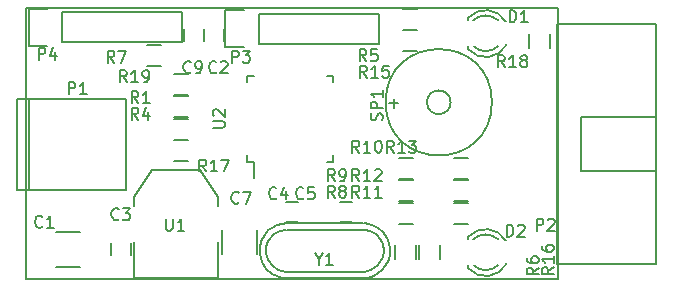
<source format=gbr>
G04 #@! TF.FileFunction,Legend,Top*
%FSLAX46Y46*%
G04 Gerber Fmt 4.6, Leading zero omitted, Abs format (unit mm)*
G04 Created by KiCad (PCBNEW 4.0.2+dfsg1-stable) date 2017年08月28日 星期一 15时15分42秒*
%MOMM*%
G01*
G04 APERTURE LIST*
%ADD10C,0.100000*%
%ADD11C,0.150000*%
G04 APERTURE END LIST*
D10*
D11*
X90170000Y-101460000D02*
X135170000Y-101460000D01*
X90170000Y-124460000D02*
X90170000Y-101460000D01*
X135170000Y-124460000D02*
X90170000Y-124460000D01*
X135170000Y-101460000D02*
X135170000Y-124460000D01*
X120142000Y-121046240D02*
X120342660Y-121447560D01*
X120342660Y-121447560D02*
X120444260Y-122047000D01*
X120444260Y-122047000D02*
X120342660Y-122547380D01*
X120342660Y-122547380D02*
X119943880Y-123245880D01*
X119943880Y-123245880D02*
X119341900Y-123647200D01*
X119341900Y-123647200D02*
X118742460Y-123847860D01*
X118742460Y-123847860D02*
X112143540Y-123847860D01*
X112143540Y-123847860D02*
X111442500Y-123647200D01*
X111442500Y-123647200D02*
X111043720Y-123347480D01*
X111043720Y-123347480D02*
X110642400Y-122847100D01*
X110642400Y-122847100D02*
X110441740Y-122247660D01*
X110441740Y-122247660D02*
X110441740Y-121747280D01*
X110441740Y-121747280D02*
X110642400Y-121246900D01*
X110642400Y-121246900D02*
X111142780Y-120647460D01*
X111142780Y-120647460D02*
X111643160Y-120347740D01*
X111643160Y-120347740D02*
X112143540Y-120246140D01*
X112242600Y-120246140D02*
X118844060Y-120246140D01*
X118844060Y-120246140D02*
X119242840Y-120347740D01*
X119242840Y-120347740D02*
X119743220Y-120647460D01*
X119743220Y-120647460D02*
X120243600Y-121147840D01*
X112252760Y-119717820D02*
X111793020Y-119766080D01*
X111793020Y-119766080D02*
X111394240Y-119877840D01*
X111394240Y-119877840D02*
X110962440Y-120096280D01*
X110962440Y-120096280D02*
X110672880Y-120327420D01*
X110672880Y-120327420D02*
X110342680Y-120677940D01*
X110342680Y-120677940D02*
X110053120Y-121216420D01*
X110053120Y-121216420D02*
X109923580Y-121815860D01*
X109923580Y-121815860D02*
X109923580Y-122326400D01*
X109923580Y-122326400D02*
X110093760Y-123027440D01*
X110093760Y-123027440D02*
X110492540Y-123616720D01*
X110492540Y-123616720D02*
X110952280Y-123987560D01*
X110952280Y-123987560D02*
X111373920Y-124195840D01*
X111373920Y-124195840D02*
X111823500Y-124355860D01*
X111823500Y-124355860D02*
X112262920Y-124386340D01*
X119603520Y-124167900D02*
X119981980Y-123946920D01*
X119981980Y-123946920D02*
X120302020Y-123667520D01*
X120302020Y-123667520D02*
X120553480Y-123337320D01*
X120553480Y-123337320D02*
X120853200Y-122786140D01*
X120853200Y-122786140D02*
X120962420Y-122316240D01*
X120962420Y-122316240D02*
X120982740Y-121856500D01*
X120982740Y-121856500D02*
X120893840Y-121396760D01*
X120893840Y-121396760D02*
X120703340Y-120947180D01*
X120703340Y-120947180D02*
X120342660Y-120477280D01*
X120342660Y-120477280D02*
X119992140Y-120157240D01*
X119992140Y-120157240D02*
X119603520Y-119926100D01*
X119603520Y-119926100D02*
X119174260Y-119786400D01*
X119174260Y-119786400D02*
X118732300Y-119717820D01*
X112242600Y-124376180D02*
X118694200Y-124376180D01*
X118694200Y-124376180D02*
X119113300Y-124338080D01*
X119113300Y-124338080D02*
X119603520Y-124167900D01*
X112242600Y-119717820D02*
X118694200Y-119717820D01*
X122082000Y-101614000D02*
X123282000Y-101614000D01*
X123282000Y-103364000D02*
X122082000Y-103364000D01*
X126095760Y-109474000D02*
G75*
G03X126095760Y-109474000I-1000760J0D01*
G01*
X129595000Y-109474000D02*
G75*
G03X129595000Y-109474000I-4500000J0D01*
G01*
X91948000Y-104674000D02*
X90398000Y-104674000D01*
X90398000Y-104674000D02*
X90398000Y-101574000D01*
X90398000Y-101574000D02*
X91948000Y-101574000D01*
X93218000Y-101854000D02*
X103378000Y-101854000D01*
X103378000Y-101854000D02*
X103378000Y-104394000D01*
X103378000Y-104394000D02*
X93218000Y-104394000D01*
X93218000Y-101854000D02*
X93218000Y-104394000D01*
X99314000Y-121285000D02*
X99314000Y-124333000D01*
X99314000Y-124333000D02*
X106426000Y-124333000D01*
X106426000Y-124333000D02*
X106426000Y-121285000D01*
X99314000Y-118237000D02*
X99314000Y-117475000D01*
X99314000Y-117475000D02*
X100838000Y-115189000D01*
X100838000Y-115189000D02*
X104902000Y-115189000D01*
X104902000Y-115189000D02*
X106426000Y-117475000D01*
X106426000Y-117475000D02*
X106426000Y-118237000D01*
X127563000Y-104946000D02*
X127563000Y-104746000D01*
X127563000Y-102352000D02*
X127563000Y-102532000D01*
X130790744Y-102662357D02*
G75*
G03X127563000Y-102346000I-1727744J-1003643D01*
G01*
X130115006Y-102532932D02*
G75*
G03X128012000Y-102532000I-1052006J-1133068D01*
G01*
X127575780Y-104972726D02*
G75*
G03X130813000Y-104626000I1497220J1306726D01*
G01*
X128049111Y-104745253D02*
G75*
G03X130097000Y-104726000I1013889J1079253D01*
G01*
X127563000Y-123488000D02*
X127563000Y-123288000D01*
X127563000Y-120894000D02*
X127563000Y-121074000D01*
X130790744Y-121204357D02*
G75*
G03X127563000Y-120888000I-1727744J-1003643D01*
G01*
X130115006Y-121074932D02*
G75*
G03X128012000Y-121074000I-1052006J-1133068D01*
G01*
X127575780Y-123514726D02*
G75*
G03X130813000Y-123168000I1497220J1306726D01*
G01*
X128049111Y-123287253D02*
G75*
G03X130097000Y-123268000I1013889J1079253D01*
G01*
X137160000Y-113030000D02*
X137160000Y-110744000D01*
X137160000Y-110744000D02*
X143510000Y-110744000D01*
X137160000Y-113030000D02*
X137160000Y-115316000D01*
X137160000Y-115316000D02*
X143510000Y-115316000D01*
X135128000Y-123190000D02*
X143510000Y-123190000D01*
X143510000Y-123190000D02*
X143510000Y-102870000D01*
X143510000Y-102870000D02*
X135128000Y-102870000D01*
X135128000Y-102870000D02*
X135128000Y-113030000D01*
X135128000Y-113030000D02*
X135128000Y-123190000D01*
X108585000Y-104801000D02*
X107035000Y-104801000D01*
X107035000Y-104801000D02*
X107035000Y-101701000D01*
X107035000Y-101701000D02*
X108585000Y-101701000D01*
X109855000Y-101981000D02*
X120015000Y-101981000D01*
X120015000Y-101981000D02*
X120015000Y-104521000D01*
X120015000Y-104521000D02*
X109855000Y-104521000D01*
X109855000Y-101981000D02*
X109855000Y-104521000D01*
X102651000Y-108980000D02*
X103851000Y-108980000D01*
X103851000Y-110730000D02*
X102651000Y-110730000D01*
X102651000Y-110885000D02*
X103851000Y-110885000D01*
X103851000Y-112635000D02*
X102651000Y-112635000D01*
X102651000Y-112663000D02*
X103851000Y-112663000D01*
X103851000Y-114413000D02*
X102651000Y-114413000D01*
X105195000Y-103259000D02*
X105195000Y-104259000D01*
X106895000Y-104259000D02*
X106895000Y-103259000D01*
X99021000Y-122420000D02*
X99021000Y-121420000D01*
X97321000Y-121420000D02*
X97321000Y-122420000D01*
X113149000Y-117895000D02*
X112149000Y-117895000D01*
X112149000Y-119595000D02*
X113149000Y-119595000D01*
X116721000Y-119595000D02*
X117721000Y-119595000D01*
X117721000Y-117895000D02*
X116721000Y-117895000D01*
X105244000Y-104259000D02*
X105244000Y-103259000D01*
X103544000Y-103259000D02*
X103544000Y-104259000D01*
X123176000Y-121574000D02*
X123176000Y-122774000D01*
X121426000Y-122774000D02*
X121426000Y-121574000D01*
X101565000Y-106412000D02*
X100365000Y-106412000D01*
X100365000Y-104662000D02*
X101565000Y-104662000D01*
X121701000Y-117997000D02*
X122901000Y-117997000D01*
X122901000Y-119747000D02*
X121701000Y-119747000D01*
X121701000Y-116092000D02*
X122901000Y-116092000D01*
X122901000Y-117842000D02*
X121701000Y-117842000D01*
X121701000Y-114187000D02*
X122901000Y-114187000D01*
X122901000Y-115937000D02*
X121701000Y-115937000D01*
X126400000Y-117997000D02*
X127600000Y-117997000D01*
X127600000Y-119747000D02*
X126400000Y-119747000D01*
X126400000Y-116092000D02*
X127600000Y-116092000D01*
X127600000Y-117842000D02*
X126400000Y-117842000D01*
X126400000Y-114187000D02*
X127600000Y-114187000D01*
X127600000Y-115937000D02*
X126400000Y-115937000D01*
X122082000Y-103392000D02*
X123282000Y-103392000D01*
X123282000Y-105142000D02*
X122082000Y-105142000D01*
X125208000Y-121574000D02*
X125208000Y-122774000D01*
X123458000Y-122774000D02*
X123458000Y-121574000D01*
X134479000Y-103667000D02*
X134479000Y-104867000D01*
X132729000Y-104867000D02*
X132729000Y-103667000D01*
X102651000Y-107075000D02*
X103851000Y-107075000D01*
X103851000Y-108825000D02*
X102651000Y-108825000D01*
X92726000Y-123395000D02*
X94726000Y-123395000D01*
X94726000Y-120445000D02*
X92726000Y-120445000D01*
X109679000Y-122285000D02*
X109679000Y-120285000D01*
X106729000Y-120285000D02*
X106729000Y-122285000D01*
X90380820Y-109179360D02*
X90380820Y-116880640D01*
X89380060Y-109179360D02*
X89380060Y-116880640D01*
X89380060Y-116880640D02*
X98579940Y-116880640D01*
X98579940Y-116880640D02*
X98579940Y-109179360D01*
X98579940Y-109179360D02*
X89380060Y-109179360D01*
X108897000Y-114496000D02*
X109422000Y-114496000D01*
X108897000Y-107246000D02*
X109422000Y-107246000D01*
X116147000Y-107246000D02*
X115622000Y-107246000D01*
X116147000Y-114496000D02*
X115622000Y-114496000D01*
X108897000Y-114496000D02*
X108897000Y-113971000D01*
X116147000Y-114496000D02*
X116147000Y-113971000D01*
X116147000Y-107246000D02*
X116147000Y-107771000D01*
X108897000Y-107246000D02*
X108897000Y-107771000D01*
X109422000Y-114496000D02*
X109422000Y-115871000D01*
X114926169Y-122769950D02*
X114926169Y-123246141D01*
X114592836Y-122246141D02*
X114926169Y-122769950D01*
X115259503Y-122246141D01*
X116116646Y-123246141D02*
X115545217Y-123246141D01*
X115830931Y-123246141D02*
X115830931Y-122246141D01*
X115735693Y-122388998D01*
X115640455Y-122484236D01*
X115545217Y-122531855D01*
X118959334Y-105989381D02*
X118626000Y-105513190D01*
X118387905Y-105989381D02*
X118387905Y-104989381D01*
X118768858Y-104989381D01*
X118864096Y-105037000D01*
X118911715Y-105084619D01*
X118959334Y-105179857D01*
X118959334Y-105322714D01*
X118911715Y-105417952D01*
X118864096Y-105465571D01*
X118768858Y-105513190D01*
X118387905Y-105513190D01*
X119864096Y-104989381D02*
X119387905Y-104989381D01*
X119340286Y-105465571D01*
X119387905Y-105417952D01*
X119483143Y-105370333D01*
X119721239Y-105370333D01*
X119816477Y-105417952D01*
X119864096Y-105465571D01*
X119911715Y-105560810D01*
X119911715Y-105798905D01*
X119864096Y-105894143D01*
X119816477Y-105941762D01*
X119721239Y-105989381D01*
X119483143Y-105989381D01*
X119387905Y-105941762D01*
X119340286Y-105894143D01*
X120292762Y-110989905D02*
X120340381Y-110847048D01*
X120340381Y-110608952D01*
X120292762Y-110513714D01*
X120245143Y-110466095D01*
X120149905Y-110418476D01*
X120054667Y-110418476D01*
X119959429Y-110466095D01*
X119911810Y-110513714D01*
X119864190Y-110608952D01*
X119816571Y-110799429D01*
X119768952Y-110894667D01*
X119721333Y-110942286D01*
X119626095Y-110989905D01*
X119530857Y-110989905D01*
X119435619Y-110942286D01*
X119388000Y-110894667D01*
X119340381Y-110799429D01*
X119340381Y-110561333D01*
X119388000Y-110418476D01*
X120340381Y-109989905D02*
X119340381Y-109989905D01*
X119340381Y-109608952D01*
X119388000Y-109513714D01*
X119435619Y-109466095D01*
X119530857Y-109418476D01*
X119673714Y-109418476D01*
X119768952Y-109466095D01*
X119816571Y-109513714D01*
X119864190Y-109608952D01*
X119864190Y-109989905D01*
X120340381Y-108466095D02*
X120340381Y-109037524D01*
X120340381Y-108751810D02*
X119340381Y-108751810D01*
X119483238Y-108847048D01*
X119578476Y-108942286D01*
X119626095Y-109037524D01*
X120904048Y-109545429D02*
X121665953Y-109545429D01*
X121285001Y-109926381D02*
X121285001Y-109164476D01*
X91209905Y-105862381D02*
X91209905Y-104862381D01*
X91590858Y-104862381D01*
X91686096Y-104910000D01*
X91733715Y-104957619D01*
X91781334Y-105052857D01*
X91781334Y-105195714D01*
X91733715Y-105290952D01*
X91686096Y-105338571D01*
X91590858Y-105386190D01*
X91209905Y-105386190D01*
X92638477Y-105195714D02*
X92638477Y-105862381D01*
X92400381Y-104814762D02*
X92162286Y-105529048D01*
X92781334Y-105529048D01*
X101981095Y-119340381D02*
X101981095Y-120149905D01*
X102028714Y-120245143D01*
X102076333Y-120292762D01*
X102171571Y-120340381D01*
X102362048Y-120340381D01*
X102457286Y-120292762D01*
X102504905Y-120245143D01*
X102552524Y-120149905D01*
X102552524Y-119340381D01*
X103552524Y-120340381D02*
X102981095Y-120340381D01*
X103266809Y-120340381D02*
X103266809Y-119340381D01*
X103171571Y-119483238D01*
X103076333Y-119578476D01*
X102981095Y-119626095D01*
X131087905Y-102687381D02*
X131087905Y-101687381D01*
X131326000Y-101687381D01*
X131468858Y-101735000D01*
X131564096Y-101830238D01*
X131611715Y-101925476D01*
X131659334Y-102115952D01*
X131659334Y-102258810D01*
X131611715Y-102449286D01*
X131564096Y-102544524D01*
X131468858Y-102639762D01*
X131326000Y-102687381D01*
X131087905Y-102687381D01*
X132611715Y-102687381D02*
X132040286Y-102687381D01*
X132326000Y-102687381D02*
X132326000Y-101687381D01*
X132230762Y-101830238D01*
X132135524Y-101925476D01*
X132040286Y-101973095D01*
X130833905Y-120848381D02*
X130833905Y-119848381D01*
X131072000Y-119848381D01*
X131214858Y-119896000D01*
X131310096Y-119991238D01*
X131357715Y-120086476D01*
X131405334Y-120276952D01*
X131405334Y-120419810D01*
X131357715Y-120610286D01*
X131310096Y-120705524D01*
X131214858Y-120800762D01*
X131072000Y-120848381D01*
X130833905Y-120848381D01*
X131786286Y-119943619D02*
X131833905Y-119896000D01*
X131929143Y-119848381D01*
X132167239Y-119848381D01*
X132262477Y-119896000D01*
X132310096Y-119943619D01*
X132357715Y-120038857D01*
X132357715Y-120134095D01*
X132310096Y-120276952D01*
X131738667Y-120848381D01*
X132357715Y-120848381D01*
X133373905Y-120340381D02*
X133373905Y-119340381D01*
X133754858Y-119340381D01*
X133850096Y-119388000D01*
X133897715Y-119435619D01*
X133945334Y-119530857D01*
X133945334Y-119673714D01*
X133897715Y-119768952D01*
X133850096Y-119816571D01*
X133754858Y-119864190D01*
X133373905Y-119864190D01*
X134326286Y-119435619D02*
X134373905Y-119388000D01*
X134469143Y-119340381D01*
X134707239Y-119340381D01*
X134802477Y-119388000D01*
X134850096Y-119435619D01*
X134897715Y-119530857D01*
X134897715Y-119626095D01*
X134850096Y-119768952D01*
X134278667Y-120340381D01*
X134897715Y-120340381D01*
X107592905Y-106116381D02*
X107592905Y-105116381D01*
X107973858Y-105116381D01*
X108069096Y-105164000D01*
X108116715Y-105211619D01*
X108164334Y-105306857D01*
X108164334Y-105449714D01*
X108116715Y-105544952D01*
X108069096Y-105592571D01*
X107973858Y-105640190D01*
X107592905Y-105640190D01*
X108497667Y-105116381D02*
X109116715Y-105116381D01*
X108783381Y-105497333D01*
X108926239Y-105497333D01*
X109021477Y-105544952D01*
X109069096Y-105592571D01*
X109116715Y-105687810D01*
X109116715Y-105925905D01*
X109069096Y-106021143D01*
X109021477Y-106068762D01*
X108926239Y-106116381D01*
X108640524Y-106116381D01*
X108545286Y-106068762D01*
X108497667Y-106021143D01*
X99655334Y-109545381D02*
X99322000Y-109069190D01*
X99083905Y-109545381D02*
X99083905Y-108545381D01*
X99464858Y-108545381D01*
X99560096Y-108593000D01*
X99607715Y-108640619D01*
X99655334Y-108735857D01*
X99655334Y-108878714D01*
X99607715Y-108973952D01*
X99560096Y-109021571D01*
X99464858Y-109069190D01*
X99083905Y-109069190D01*
X100607715Y-109545381D02*
X100036286Y-109545381D01*
X100322000Y-109545381D02*
X100322000Y-108545381D01*
X100226762Y-108688238D01*
X100131524Y-108783476D01*
X100036286Y-108831095D01*
X99655334Y-110942381D02*
X99322000Y-110466190D01*
X99083905Y-110942381D02*
X99083905Y-109942381D01*
X99464858Y-109942381D01*
X99560096Y-109990000D01*
X99607715Y-110037619D01*
X99655334Y-110132857D01*
X99655334Y-110275714D01*
X99607715Y-110370952D01*
X99560096Y-110418571D01*
X99464858Y-110466190D01*
X99083905Y-110466190D01*
X100512477Y-110275714D02*
X100512477Y-110942381D01*
X100274381Y-109894762D02*
X100036286Y-110609048D01*
X100655334Y-110609048D01*
X105407223Y-115331501D02*
X105073889Y-114855310D01*
X104835794Y-115331501D02*
X104835794Y-114331501D01*
X105216747Y-114331501D01*
X105311985Y-114379120D01*
X105359604Y-114426739D01*
X105407223Y-114521977D01*
X105407223Y-114664834D01*
X105359604Y-114760072D01*
X105311985Y-114807691D01*
X105216747Y-114855310D01*
X104835794Y-114855310D01*
X106359604Y-115331501D02*
X105788175Y-115331501D01*
X106073889Y-115331501D02*
X106073889Y-114331501D01*
X105978651Y-114474358D01*
X105883413Y-114569596D01*
X105788175Y-114617215D01*
X106692937Y-114331501D02*
X107359604Y-114331501D01*
X106931032Y-115331501D01*
X106259334Y-106910143D02*
X106211715Y-106957762D01*
X106068858Y-107005381D01*
X105973620Y-107005381D01*
X105830762Y-106957762D01*
X105735524Y-106862524D01*
X105687905Y-106767286D01*
X105640286Y-106576810D01*
X105640286Y-106433952D01*
X105687905Y-106243476D01*
X105735524Y-106148238D01*
X105830762Y-106053000D01*
X105973620Y-106005381D01*
X106068858Y-106005381D01*
X106211715Y-106053000D01*
X106259334Y-106100619D01*
X106640286Y-106100619D02*
X106687905Y-106053000D01*
X106783143Y-106005381D01*
X107021239Y-106005381D01*
X107116477Y-106053000D01*
X107164096Y-106100619D01*
X107211715Y-106195857D01*
X107211715Y-106291095D01*
X107164096Y-106433952D01*
X106592667Y-107005381D01*
X107211715Y-107005381D01*
X98004334Y-119356143D02*
X97956715Y-119403762D01*
X97813858Y-119451381D01*
X97718620Y-119451381D01*
X97575762Y-119403762D01*
X97480524Y-119308524D01*
X97432905Y-119213286D01*
X97385286Y-119022810D01*
X97385286Y-118879952D01*
X97432905Y-118689476D01*
X97480524Y-118594238D01*
X97575762Y-118499000D01*
X97718620Y-118451381D01*
X97813858Y-118451381D01*
X97956715Y-118499000D01*
X98004334Y-118546619D01*
X98337667Y-118451381D02*
X98956715Y-118451381D01*
X98623381Y-118832333D01*
X98766239Y-118832333D01*
X98861477Y-118879952D01*
X98909096Y-118927571D01*
X98956715Y-119022810D01*
X98956715Y-119260905D01*
X98909096Y-119356143D01*
X98861477Y-119403762D01*
X98766239Y-119451381D01*
X98480524Y-119451381D01*
X98385286Y-119403762D01*
X98337667Y-119356143D01*
X111339334Y-117578143D02*
X111291715Y-117625762D01*
X111148858Y-117673381D01*
X111053620Y-117673381D01*
X110910762Y-117625762D01*
X110815524Y-117530524D01*
X110767905Y-117435286D01*
X110720286Y-117244810D01*
X110720286Y-117101952D01*
X110767905Y-116911476D01*
X110815524Y-116816238D01*
X110910762Y-116721000D01*
X111053620Y-116673381D01*
X111148858Y-116673381D01*
X111291715Y-116721000D01*
X111339334Y-116768619D01*
X112196477Y-117006714D02*
X112196477Y-117673381D01*
X111958381Y-116625762D02*
X111720286Y-117340048D01*
X112339334Y-117340048D01*
X113625334Y-117578143D02*
X113577715Y-117625762D01*
X113434858Y-117673381D01*
X113339620Y-117673381D01*
X113196762Y-117625762D01*
X113101524Y-117530524D01*
X113053905Y-117435286D01*
X113006286Y-117244810D01*
X113006286Y-117101952D01*
X113053905Y-116911476D01*
X113101524Y-116816238D01*
X113196762Y-116721000D01*
X113339620Y-116673381D01*
X113434858Y-116673381D01*
X113577715Y-116721000D01*
X113625334Y-116768619D01*
X114530096Y-116673381D02*
X114053905Y-116673381D01*
X114006286Y-117149571D01*
X114053905Y-117101952D01*
X114149143Y-117054333D01*
X114387239Y-117054333D01*
X114482477Y-117101952D01*
X114530096Y-117149571D01*
X114577715Y-117244810D01*
X114577715Y-117482905D01*
X114530096Y-117578143D01*
X114482477Y-117625762D01*
X114387239Y-117673381D01*
X114149143Y-117673381D01*
X114053905Y-117625762D01*
X114006286Y-117578143D01*
X104100334Y-106910143D02*
X104052715Y-106957762D01*
X103909858Y-107005381D01*
X103814620Y-107005381D01*
X103671762Y-106957762D01*
X103576524Y-106862524D01*
X103528905Y-106767286D01*
X103481286Y-106576810D01*
X103481286Y-106433952D01*
X103528905Y-106243476D01*
X103576524Y-106148238D01*
X103671762Y-106053000D01*
X103814620Y-106005381D01*
X103909858Y-106005381D01*
X104052715Y-106053000D01*
X104100334Y-106100619D01*
X104576524Y-107005381D02*
X104767000Y-107005381D01*
X104862239Y-106957762D01*
X104909858Y-106910143D01*
X105005096Y-106767286D01*
X105052715Y-106576810D01*
X105052715Y-106195857D01*
X105005096Y-106100619D01*
X104957477Y-106053000D01*
X104862239Y-106005381D01*
X104671762Y-106005381D01*
X104576524Y-106053000D01*
X104528905Y-106100619D01*
X104481286Y-106195857D01*
X104481286Y-106433952D01*
X104528905Y-106529190D01*
X104576524Y-106576810D01*
X104671762Y-106624429D01*
X104862239Y-106624429D01*
X104957477Y-106576810D01*
X105005096Y-106529190D01*
X105052715Y-106433952D01*
X133548381Y-123483666D02*
X133072190Y-123817000D01*
X133548381Y-124055095D02*
X132548381Y-124055095D01*
X132548381Y-123674142D01*
X132596000Y-123578904D01*
X132643619Y-123531285D01*
X132738857Y-123483666D01*
X132881714Y-123483666D01*
X132976952Y-123531285D01*
X133024571Y-123578904D01*
X133072190Y-123674142D01*
X133072190Y-124055095D01*
X132548381Y-122626523D02*
X132548381Y-122817000D01*
X132596000Y-122912238D01*
X132643619Y-122959857D01*
X132786476Y-123055095D01*
X132976952Y-123102714D01*
X133357905Y-123102714D01*
X133453143Y-123055095D01*
X133500762Y-123007476D01*
X133548381Y-122912238D01*
X133548381Y-122721761D01*
X133500762Y-122626523D01*
X133453143Y-122578904D01*
X133357905Y-122531285D01*
X133119810Y-122531285D01*
X133024571Y-122578904D01*
X132976952Y-122626523D01*
X132929333Y-122721761D01*
X132929333Y-122912238D01*
X132976952Y-123007476D01*
X133024571Y-123055095D01*
X133119810Y-123102714D01*
X97623334Y-106116381D02*
X97290000Y-105640190D01*
X97051905Y-106116381D02*
X97051905Y-105116381D01*
X97432858Y-105116381D01*
X97528096Y-105164000D01*
X97575715Y-105211619D01*
X97623334Y-105306857D01*
X97623334Y-105449714D01*
X97575715Y-105544952D01*
X97528096Y-105592571D01*
X97432858Y-105640190D01*
X97051905Y-105640190D01*
X97956667Y-105116381D02*
X98623334Y-105116381D01*
X98194762Y-106116381D01*
X116292334Y-117546381D02*
X115959000Y-117070190D01*
X115720905Y-117546381D02*
X115720905Y-116546381D01*
X116101858Y-116546381D01*
X116197096Y-116594000D01*
X116244715Y-116641619D01*
X116292334Y-116736857D01*
X116292334Y-116879714D01*
X116244715Y-116974952D01*
X116197096Y-117022571D01*
X116101858Y-117070190D01*
X115720905Y-117070190D01*
X116863762Y-116974952D02*
X116768524Y-116927333D01*
X116720905Y-116879714D01*
X116673286Y-116784476D01*
X116673286Y-116736857D01*
X116720905Y-116641619D01*
X116768524Y-116594000D01*
X116863762Y-116546381D01*
X117054239Y-116546381D01*
X117149477Y-116594000D01*
X117197096Y-116641619D01*
X117244715Y-116736857D01*
X117244715Y-116784476D01*
X117197096Y-116879714D01*
X117149477Y-116927333D01*
X117054239Y-116974952D01*
X116863762Y-116974952D01*
X116768524Y-117022571D01*
X116720905Y-117070190D01*
X116673286Y-117165429D01*
X116673286Y-117355905D01*
X116720905Y-117451143D01*
X116768524Y-117498762D01*
X116863762Y-117546381D01*
X117054239Y-117546381D01*
X117149477Y-117498762D01*
X117197096Y-117451143D01*
X117244715Y-117355905D01*
X117244715Y-117165429D01*
X117197096Y-117070190D01*
X117149477Y-117022571D01*
X117054239Y-116974952D01*
X116292334Y-116149381D02*
X115959000Y-115673190D01*
X115720905Y-116149381D02*
X115720905Y-115149381D01*
X116101858Y-115149381D01*
X116197096Y-115197000D01*
X116244715Y-115244619D01*
X116292334Y-115339857D01*
X116292334Y-115482714D01*
X116244715Y-115577952D01*
X116197096Y-115625571D01*
X116101858Y-115673190D01*
X115720905Y-115673190D01*
X116768524Y-116149381D02*
X116959000Y-116149381D01*
X117054239Y-116101762D01*
X117101858Y-116054143D01*
X117197096Y-115911286D01*
X117244715Y-115720810D01*
X117244715Y-115339857D01*
X117197096Y-115244619D01*
X117149477Y-115197000D01*
X117054239Y-115149381D01*
X116863762Y-115149381D01*
X116768524Y-115197000D01*
X116720905Y-115244619D01*
X116673286Y-115339857D01*
X116673286Y-115577952D01*
X116720905Y-115673190D01*
X116768524Y-115720810D01*
X116863762Y-115768429D01*
X117054239Y-115768429D01*
X117149477Y-115720810D01*
X117197096Y-115673190D01*
X117244715Y-115577952D01*
X118356143Y-113736381D02*
X118022809Y-113260190D01*
X117784714Y-113736381D02*
X117784714Y-112736381D01*
X118165667Y-112736381D01*
X118260905Y-112784000D01*
X118308524Y-112831619D01*
X118356143Y-112926857D01*
X118356143Y-113069714D01*
X118308524Y-113164952D01*
X118260905Y-113212571D01*
X118165667Y-113260190D01*
X117784714Y-113260190D01*
X119308524Y-113736381D02*
X118737095Y-113736381D01*
X119022809Y-113736381D02*
X119022809Y-112736381D01*
X118927571Y-112879238D01*
X118832333Y-112974476D01*
X118737095Y-113022095D01*
X119927571Y-112736381D02*
X120022810Y-112736381D01*
X120118048Y-112784000D01*
X120165667Y-112831619D01*
X120213286Y-112926857D01*
X120260905Y-113117333D01*
X120260905Y-113355429D01*
X120213286Y-113545905D01*
X120165667Y-113641143D01*
X120118048Y-113688762D01*
X120022810Y-113736381D01*
X119927571Y-113736381D01*
X119832333Y-113688762D01*
X119784714Y-113641143D01*
X119737095Y-113545905D01*
X119689476Y-113355429D01*
X119689476Y-113117333D01*
X119737095Y-112926857D01*
X119784714Y-112831619D01*
X119832333Y-112784000D01*
X119927571Y-112736381D01*
X118356143Y-117546381D02*
X118022809Y-117070190D01*
X117784714Y-117546381D02*
X117784714Y-116546381D01*
X118165667Y-116546381D01*
X118260905Y-116594000D01*
X118308524Y-116641619D01*
X118356143Y-116736857D01*
X118356143Y-116879714D01*
X118308524Y-116974952D01*
X118260905Y-117022571D01*
X118165667Y-117070190D01*
X117784714Y-117070190D01*
X119308524Y-117546381D02*
X118737095Y-117546381D01*
X119022809Y-117546381D02*
X119022809Y-116546381D01*
X118927571Y-116689238D01*
X118832333Y-116784476D01*
X118737095Y-116832095D01*
X120260905Y-117546381D02*
X119689476Y-117546381D01*
X119975190Y-117546381D02*
X119975190Y-116546381D01*
X119879952Y-116689238D01*
X119784714Y-116784476D01*
X119689476Y-116832095D01*
X118356143Y-116149381D02*
X118022809Y-115673190D01*
X117784714Y-116149381D02*
X117784714Y-115149381D01*
X118165667Y-115149381D01*
X118260905Y-115197000D01*
X118308524Y-115244619D01*
X118356143Y-115339857D01*
X118356143Y-115482714D01*
X118308524Y-115577952D01*
X118260905Y-115625571D01*
X118165667Y-115673190D01*
X117784714Y-115673190D01*
X119308524Y-116149381D02*
X118737095Y-116149381D01*
X119022809Y-116149381D02*
X119022809Y-115149381D01*
X118927571Y-115292238D01*
X118832333Y-115387476D01*
X118737095Y-115435095D01*
X119689476Y-115244619D02*
X119737095Y-115197000D01*
X119832333Y-115149381D01*
X120070429Y-115149381D01*
X120165667Y-115197000D01*
X120213286Y-115244619D01*
X120260905Y-115339857D01*
X120260905Y-115435095D01*
X120213286Y-115577952D01*
X119641857Y-116149381D01*
X120260905Y-116149381D01*
X121277143Y-113736381D02*
X120943809Y-113260190D01*
X120705714Y-113736381D02*
X120705714Y-112736381D01*
X121086667Y-112736381D01*
X121181905Y-112784000D01*
X121229524Y-112831619D01*
X121277143Y-112926857D01*
X121277143Y-113069714D01*
X121229524Y-113164952D01*
X121181905Y-113212571D01*
X121086667Y-113260190D01*
X120705714Y-113260190D01*
X122229524Y-113736381D02*
X121658095Y-113736381D01*
X121943809Y-113736381D02*
X121943809Y-112736381D01*
X121848571Y-112879238D01*
X121753333Y-112974476D01*
X121658095Y-113022095D01*
X122562857Y-112736381D02*
X123181905Y-112736381D01*
X122848571Y-113117333D01*
X122991429Y-113117333D01*
X123086667Y-113164952D01*
X123134286Y-113212571D01*
X123181905Y-113307810D01*
X123181905Y-113545905D01*
X123134286Y-113641143D01*
X123086667Y-113688762D01*
X122991429Y-113736381D01*
X122705714Y-113736381D01*
X122610476Y-113688762D01*
X122562857Y-113641143D01*
X118991143Y-107386381D02*
X118657809Y-106910190D01*
X118419714Y-107386381D02*
X118419714Y-106386381D01*
X118800667Y-106386381D01*
X118895905Y-106434000D01*
X118943524Y-106481619D01*
X118991143Y-106576857D01*
X118991143Y-106719714D01*
X118943524Y-106814952D01*
X118895905Y-106862571D01*
X118800667Y-106910190D01*
X118419714Y-106910190D01*
X119943524Y-107386381D02*
X119372095Y-107386381D01*
X119657809Y-107386381D02*
X119657809Y-106386381D01*
X119562571Y-106529238D01*
X119467333Y-106624476D01*
X119372095Y-106672095D01*
X120848286Y-106386381D02*
X120372095Y-106386381D01*
X120324476Y-106862571D01*
X120372095Y-106814952D01*
X120467333Y-106767333D01*
X120705429Y-106767333D01*
X120800667Y-106814952D01*
X120848286Y-106862571D01*
X120895905Y-106957810D01*
X120895905Y-107195905D01*
X120848286Y-107291143D01*
X120800667Y-107338762D01*
X120705429Y-107386381D01*
X120467333Y-107386381D01*
X120372095Y-107338762D01*
X120324476Y-107291143D01*
X134818381Y-123451857D02*
X134342190Y-123785191D01*
X134818381Y-124023286D02*
X133818381Y-124023286D01*
X133818381Y-123642333D01*
X133866000Y-123547095D01*
X133913619Y-123499476D01*
X134008857Y-123451857D01*
X134151714Y-123451857D01*
X134246952Y-123499476D01*
X134294571Y-123547095D01*
X134342190Y-123642333D01*
X134342190Y-124023286D01*
X134818381Y-122499476D02*
X134818381Y-123070905D01*
X134818381Y-122785191D02*
X133818381Y-122785191D01*
X133961238Y-122880429D01*
X134056476Y-122975667D01*
X134104095Y-123070905D01*
X133818381Y-121642333D02*
X133818381Y-121832810D01*
X133866000Y-121928048D01*
X133913619Y-121975667D01*
X134056476Y-122070905D01*
X134246952Y-122118524D01*
X134627905Y-122118524D01*
X134723143Y-122070905D01*
X134770762Y-122023286D01*
X134818381Y-121928048D01*
X134818381Y-121737571D01*
X134770762Y-121642333D01*
X134723143Y-121594714D01*
X134627905Y-121547095D01*
X134389810Y-121547095D01*
X134294571Y-121594714D01*
X134246952Y-121642333D01*
X134199333Y-121737571D01*
X134199333Y-121928048D01*
X134246952Y-122023286D01*
X134294571Y-122070905D01*
X134389810Y-122118524D01*
X130675143Y-106497381D02*
X130341809Y-106021190D01*
X130103714Y-106497381D02*
X130103714Y-105497381D01*
X130484667Y-105497381D01*
X130579905Y-105545000D01*
X130627524Y-105592619D01*
X130675143Y-105687857D01*
X130675143Y-105830714D01*
X130627524Y-105925952D01*
X130579905Y-105973571D01*
X130484667Y-106021190D01*
X130103714Y-106021190D01*
X131627524Y-106497381D02*
X131056095Y-106497381D01*
X131341809Y-106497381D02*
X131341809Y-105497381D01*
X131246571Y-105640238D01*
X131151333Y-105735476D01*
X131056095Y-105783095D01*
X132198952Y-105925952D02*
X132103714Y-105878333D01*
X132056095Y-105830714D01*
X132008476Y-105735476D01*
X132008476Y-105687857D01*
X132056095Y-105592619D01*
X132103714Y-105545000D01*
X132198952Y-105497381D01*
X132389429Y-105497381D01*
X132484667Y-105545000D01*
X132532286Y-105592619D01*
X132579905Y-105687857D01*
X132579905Y-105735476D01*
X132532286Y-105830714D01*
X132484667Y-105878333D01*
X132389429Y-105925952D01*
X132198952Y-105925952D01*
X132103714Y-105973571D01*
X132056095Y-106021190D01*
X132008476Y-106116429D01*
X132008476Y-106306905D01*
X132056095Y-106402143D01*
X132103714Y-106449762D01*
X132198952Y-106497381D01*
X132389429Y-106497381D01*
X132484667Y-106449762D01*
X132532286Y-106402143D01*
X132579905Y-106306905D01*
X132579905Y-106116429D01*
X132532286Y-106021190D01*
X132484667Y-105973571D01*
X132389429Y-105925952D01*
X98671143Y-107767381D02*
X98337809Y-107291190D01*
X98099714Y-107767381D02*
X98099714Y-106767381D01*
X98480667Y-106767381D01*
X98575905Y-106815000D01*
X98623524Y-106862619D01*
X98671143Y-106957857D01*
X98671143Y-107100714D01*
X98623524Y-107195952D01*
X98575905Y-107243571D01*
X98480667Y-107291190D01*
X98099714Y-107291190D01*
X99623524Y-107767381D02*
X99052095Y-107767381D01*
X99337809Y-107767381D02*
X99337809Y-106767381D01*
X99242571Y-106910238D01*
X99147333Y-107005476D01*
X99052095Y-107053095D01*
X100099714Y-107767381D02*
X100290190Y-107767381D01*
X100385429Y-107719762D01*
X100433048Y-107672143D01*
X100528286Y-107529286D01*
X100575905Y-107338810D01*
X100575905Y-106957857D01*
X100528286Y-106862619D01*
X100480667Y-106815000D01*
X100385429Y-106767381D01*
X100194952Y-106767381D01*
X100099714Y-106815000D01*
X100052095Y-106862619D01*
X100004476Y-106957857D01*
X100004476Y-107195952D01*
X100052095Y-107291190D01*
X100099714Y-107338810D01*
X100194952Y-107386429D01*
X100385429Y-107386429D01*
X100480667Y-107338810D01*
X100528286Y-107291190D01*
X100575905Y-107195952D01*
X91527334Y-119991143D02*
X91479715Y-120038762D01*
X91336858Y-120086381D01*
X91241620Y-120086381D01*
X91098762Y-120038762D01*
X91003524Y-119943524D01*
X90955905Y-119848286D01*
X90908286Y-119657810D01*
X90908286Y-119514952D01*
X90955905Y-119324476D01*
X91003524Y-119229238D01*
X91098762Y-119134000D01*
X91241620Y-119086381D01*
X91336858Y-119086381D01*
X91479715Y-119134000D01*
X91527334Y-119181619D01*
X92479715Y-120086381D02*
X91908286Y-120086381D01*
X92194000Y-120086381D02*
X92194000Y-119086381D01*
X92098762Y-119229238D01*
X92003524Y-119324476D01*
X91908286Y-119372095D01*
X108164334Y-117959143D02*
X108116715Y-118006762D01*
X107973858Y-118054381D01*
X107878620Y-118054381D01*
X107735762Y-118006762D01*
X107640524Y-117911524D01*
X107592905Y-117816286D01*
X107545286Y-117625810D01*
X107545286Y-117482952D01*
X107592905Y-117292476D01*
X107640524Y-117197238D01*
X107735762Y-117102000D01*
X107878620Y-117054381D01*
X107973858Y-117054381D01*
X108116715Y-117102000D01*
X108164334Y-117149619D01*
X108497667Y-117054381D02*
X109164334Y-117054381D01*
X108735762Y-118054381D01*
X93749905Y-108783381D02*
X93749905Y-107783381D01*
X94130858Y-107783381D01*
X94226096Y-107831000D01*
X94273715Y-107878619D01*
X94321334Y-107973857D01*
X94321334Y-108116714D01*
X94273715Y-108211952D01*
X94226096Y-108259571D01*
X94130858Y-108307190D01*
X93749905Y-108307190D01*
X95273715Y-108783381D02*
X94702286Y-108783381D01*
X94988000Y-108783381D02*
X94988000Y-107783381D01*
X94892762Y-107926238D01*
X94797524Y-108021476D01*
X94702286Y-108069095D01*
X105974381Y-111632905D02*
X106783905Y-111632905D01*
X106879143Y-111585286D01*
X106926762Y-111537667D01*
X106974381Y-111442429D01*
X106974381Y-111251952D01*
X106926762Y-111156714D01*
X106879143Y-111109095D01*
X106783905Y-111061476D01*
X105974381Y-111061476D01*
X106069619Y-110632905D02*
X106022000Y-110585286D01*
X105974381Y-110490048D01*
X105974381Y-110251952D01*
X106022000Y-110156714D01*
X106069619Y-110109095D01*
X106164857Y-110061476D01*
X106260095Y-110061476D01*
X106402952Y-110109095D01*
X106974381Y-110680524D01*
X106974381Y-110061476D01*
M02*

</source>
